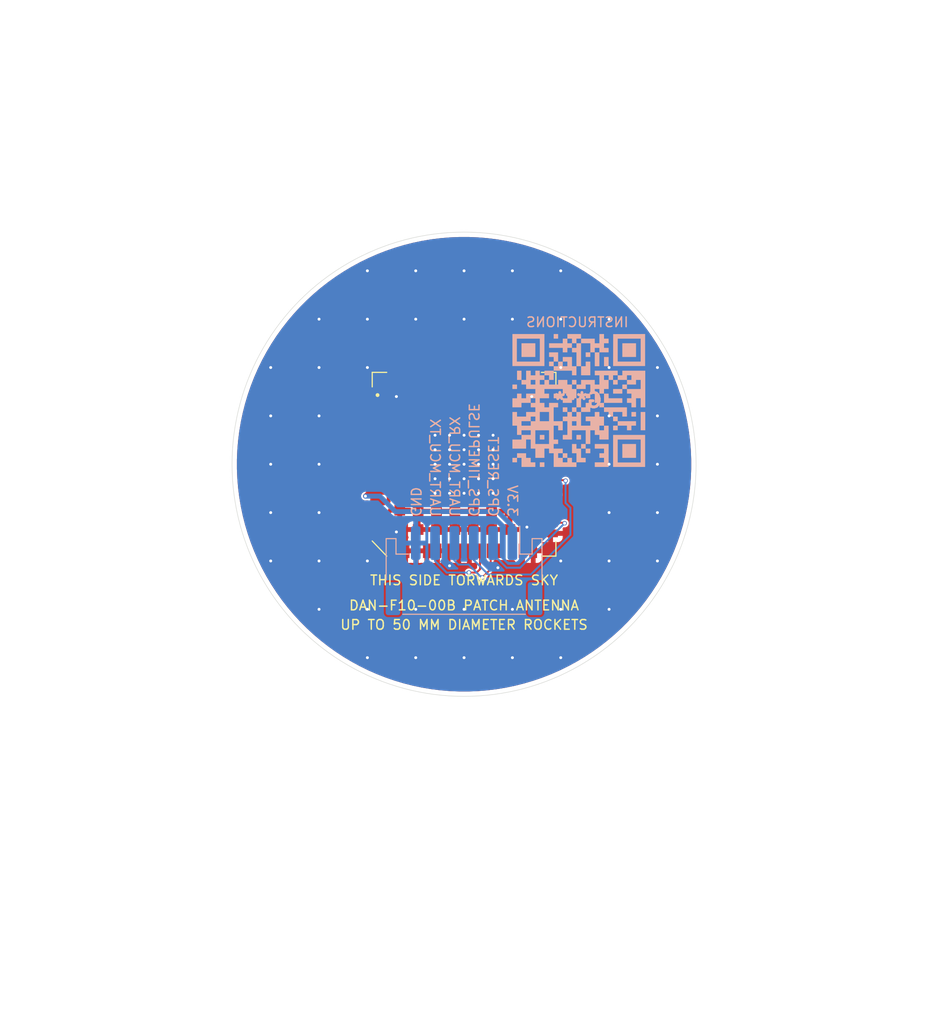
<source format=kicad_pcb>
(kicad_pcb (version 20241229) (generator "pcbnew") (generator_version "9.0")
  (layers (0 "F.Cu" signal) (2 "B.Cu" signal) (13 "F.Paste" user) (15 "B.Paste" user) (5 "F.SilkS" user "F.Silkscreen") (7 "B.SilkS" user "B.Silkscreen") (1 "F.Mask" user) (3 "B.Mask" user) (25 "Edge.Cuts" user))
  (net 0 "")
  (net 1 "GND")
  (net 2 "/UART_MCU_RX")
  (net 3 "/UART_MCU_TX")
  (net 7 "+3.3V")
  (net 18 "/GPS_RESET")
  (net 19 "/GPS_TIMEPULSE")
  (footprint "rocket_datalogger:DAN-F10-00B" (layer "F.Cu") (at 150 100)
    (property "Reference" "U1" (hide yes))
    (property "Value" "~")
    (pad "1" smd rect (at -8.950001 0.549999 90) (size 0.8 1.5) (layers "F.Cu" "F.Mask") (net 1 "GND"))
    (pad "1" smd rect (at -8.95 -1.65 90) (size 0.8 1.5) (layers "F.Cu" "F.Mask") (net 1 "GND"))
    (pad "1" smd rect (at -8.95 1.649999 90) (size 0.8 1.5) (layers "F.Cu" "F.Mask") (net 1 "GND"))
    (pad "1" smd rect (at -8.95 4.949999 90) (size 0.8 1.5) (layers "F.Cu" "F.Mask") (net 1 "GND"))
    (pad "1" smd rect (at -8.95 7.15 90) (size 0.8 1.5) (layers "F.Cu" "F.Mask") (net 1 "GND"))
    (pad "1" smd rect (at -8.949999 -7.150001 90) (size 0.8 1.5) (layers "F.Cu" "F.Mask") (net 1 "GND"))
    (pad "1" smd rect (at -8.949999 -6.050001 90) (size 0.8 1.5) (layers "F.Cu" "F.Mask") (net 1 "GND"))
    (pad "1" smd rect (at -8.949999 -2.750001 90) (size 0.8 1.5) (layers "F.Cu" "F.Mask") (net 1 "GND"))
    (pad "1" smd rect (at -8.949999 -0.550001 90) (size 0.8 1.5) (layers "F.Cu" "F.Mask") (net 1 "GND"))
    (pad "1" smd rect (at -7.15 -8.95) (size 0.8 1.5) (layers "F.Cu" "F.Mask") (net 1 "GND"))
    (pad "1" smd rect (at -7.15 8.95) (size 0.8 1.5) (layers "F.Cu" "F.Mask") (net 1 "GND"))
    (pad "1" smd rect (at -6.05 -8.95) (size 0.8 1.5) (layers "F.Cu" "F.Mask") (net 1 "GND"))
    (pad "1" smd rect (at -6.05 8.95) (size 0.8 1.5) (layers "F.Cu" "F.Mask") (net 1 "GND"))
    (pad "1" smd rect (at -4.95 -8.95) (size 0.8 1.5) (layers "F.Cu" "F.Mask") (net 1 "GND"))
    (pad "1" smd rect (at -4.95 8.95) (size 0.8 1.5) (layers "F.Cu" "F.Mask") (net 1 "GND"))
    (pad "1" smd rect (at -3.85 8.95) (size 0.8 1.5) (layers "F.Cu" "F.Mask") (net 1 "GND"))
    (pad "1" smd rect (at -2.75 -8.95) (size 0.8 1.5) (layers "F.Cu" "F.Mask") (net 1 "GND"))
    (pad "1" smd rect (at -2.75 8.95) (size 0.8 1.5) (layers "F.Cu" "F.Mask") (net 1 "GND"))
    (pad "1" smd rect (at -1.65 -8.95) (size 0.8 1.5) (layers "F.Cu" "F.Mask") (net 1 "GND"))
    (pad "1" smd rect (at -1.65 8.95) (size 0.8 1.5) (layers "F.Cu" "F.Mask") (net 1 "GND"))
    (pad "1" smd rect (at -0.55 8.95) (size 0.8 1.5) (layers "F.Cu" "F.Mask") (net 1 "GND"))
    (pad "1" smd rect (at 0.55 -8.95) (size 0.8 1.5) (layers "F.Cu" "F.Mask") (net 1 "GND"))
    (pad "1" smd rect (at 0.55 8.95) (size 0.8 1.5) (layers "F.Cu" "F.Mask") (net 1 "GND"))
    (pad "1" smd rect (at 2.75 -8.95) (size 0.8 1.5) (layers "F.Cu" "F.Mask") (net 1 "GND"))
    (pad "1" smd rect (at 6.05 -8.95) (size 0.8 1.5) (layers "F.Cu" "F.Mask") (net 1 "GND"))
    (pad "1" smd rect (at 6.05 8.95) (size 0.8 1.5) (layers "F.Cu" "F.Mask") (net 1 "GND"))
    (pad "1" smd rect (at 7.15 -8.95) (size 0.8 1.5) (layers "F.Cu" "F.Mask") (net 1 "GND"))
    (pad "1" smd rect (at 7.15 8.95) (size 0.8 1.5) (layers "F.Cu" "F.Mask") (net 1 "GND"))
    (pad "1" smd rect (at 8.949999 0.549999 90) (size 0.8 1.5) (layers "F.Cu" "F.Mask") (net 1 "GND"))
    (pad "1" smd rect (at 8.95 -1.65 90) (size 0.8 1.5) (layers "F.Cu" "F.Mask") (net 1 "GND"))
    (pad "1" smd rect (at 8.95 2.75 90) (size 0.8 1.5) (layers "F.Cu" "F.Mask") (net 1 "GND"))
    (pad "1" smd rect (at 8.95 7.15 90) (size 0.8 1.5) (layers "F.Cu" "F.Mask") (net 1 "GND"))
    (pad "1" smd rect (at 8.950001 -7.150001 90) (size 0.8 1.5) (layers "F.Cu" "F.Mask") (net 1 "GND"))
    (pad "1" smd rect (at 8.950001 -6.050001 90) (size 0.8 1.5) (layers "F.Cu" "F.Mask") (net 1 "GND"))
    (pad "1" smd rect (at 8.950001 -4.950001 90) (size 0.8 1.5) (layers "F.Cu" "F.Mask") (net 1 "GND"))
    (pad "1" smd rect (at 8.950001 -0.550001 90) (size 0.8 1.5) (layers "F.Cu" "F.Mask") (net 1 "GND"))
    (pad "9" smd rect (at 1.65 8.95) (size 0.8 1.5) (layers "F.Cu" "F.Mask") (net 3 "/UART_MCU_TX"))
    (pad "10" smd rect (at 2.75 8.95) (size 0.8 1.5) (layers "F.Cu" "F.Mask") (net 2 "/UART_MCU_RX"))
    (pad "11" smd rect (at 3.85 8.95) (size 0.8 1.5) (layers "F.Cu" "F.Mask"))
    (pad "12" smd rect (at 4.95 8.95) (size 0.8 1.5) (layers "F.Cu" "F.Mask"))
    (pad "16" smd rect (at 8.95 6.049999 90) (size 0.8 1.5) (layers "F.Cu" "F.Mask") (net 18 "/GPS_RESET"))
    (pad "17" smd rect (at 8.95 4.949999 90) (size 0.8 1.5) (layers "F.Cu" "F.Mask"))
    (pad "18" smd rect (at 8.950001 3.849999 90) (size 0.8 1.5) (layers "F.Cu" "F.Mask"))
    (pad "20" smd rect (at 8.95 1.649999 90) (size 0.8 1.5) (layers "F.Cu" "F.Mask") (net 19 "/GPS_TIMEPULSE"))
    (pad "24" smd rect (at 8.950001 -2.750001 90) (size 0.8 1.5) (layers "F.Cu" "F.Mask"))
    (pad "25" smd rect (at 8.950001 -3.85 90) (size 0.8 1.5) (layers "F.Cu" "F.Mask"))
    (pad "31" smd rect (at 4.95 -8.95) (size 0.8 1.5) (layers "F.Cu" "F.Mask"))
    (pad "32" smd rect (at 3.85 -8.95) (size 0.8 1.5) (layers "F.Cu" "F.Mask") (net 1 "GND"))
    (pad "34" smd rect (at 1.65 -8.95) (size 0.8 1.5) (layers "F.Cu" "F.Mask"))
    (pad "36" smd rect (at -0.55 -8.95) (size 0.8 1.5) (layers "F.Cu" "F.Mask"))
    (pad "39" smd rect (at -3.85 -8.95) (size 0.8 1.5) (layers "F.Cu" "F.Mask"))
    (pad "45" smd rect (at -8.949999 -4.950001 90) (size 0.8 1.5) (layers "F.Cu" "F.Mask"))
    (pad "46" smd rect (at -8.949999 -3.85 90) (size 0.8 1.5) (layers "F.Cu" "F.Mask"))
    (pad "52" smd rect (at -8.95 2.75 90) (size 0.8 1.5) (layers "F.Cu" "F.Mask") (net 7 "+3.3V"))
    (pad "53" smd rect (at -8.949999 3.849999 90) (size 0.8 1.5) (layers "F.Cu" "F.Mask") (net 7 "+3.3V"))
    (pad "55" smd rect (at -8.95 6.049999 90) (size 0.8 1.5) (layers "F.Cu" "F.Mask"))
    (pad "EP1" smd rect (at -6.65 -4.75) (size 1.1 1.1) (layers "F.Cu" "F.Mask") (net 1 "GND"))
    (pad "EP1" smd rect (at -6.65 -2.85) (size 1.1 1.1) (layers "F.Cu" "F.Mask") (net 1 "GND"))
    (pad "EP1" smd rect (at -6.65 -0.95) (size 1.1 1.1) (layers "F.Cu" "F.Mask") (net 1 "GND"))
    (pad "EP1" smd rect (at -6.65 1.05) (size 1.1 1.1) (layers "F.Cu" "F.Mask") (net 1 "GND"))
    (pad "EP1" smd rect (at -6.65 2.95) (size 1.1 1.1) (layers "F.Cu" "F.Mask") (net 1 "GND"))
    (pad "EP1" smd rect (at -6.65 4.75) (size 1.1 1.1) (layers "F.Cu" "F.Mask") (net 1 "GND"))
    (pad "EP1" smd rect (at -4.75 -6.65) (size 1.1 1.1) (layers "F.Cu" "F.Mask") (net 1 "GND"))
    (pad "EP1" smd rect (at -4.75 -4.75) (size 1.1 1.1) (layers "F.Cu" "F.Mask") (net 1 "GND"))
    (pad "EP1" smd rect (at -4.75 -2.85) (size 1.1 1.1) (layers "F.Cu" "F.Mask") (net 1 "GND"))
    (pad "EP1" smd rect (at -4.75 -0.95) (size 1.1 1.1) (layers "F.Cu" "F.Mask") (net 1 "GND"))
    (pad "EP1" smd rect (at -4.75 1.05) (size 1.1 1.1) (layers "F.Cu" "F.Mask") (net 1 "GND"))
    (pad "EP1" smd rect (at -4.75 2.95) (size 1.1 1.1) (layers "F.Cu" "F.Mask") (net 1 "GND"))
    (pad "EP1" smd rect (at -4.75 4.85) (size 1.1 1.1) (layers "F.Cu" "F.Mask") (net 1 "GND"))
    (pad "EP1" smd rect (at -4.75 6.75) (size 1.1 1.1) (layers "F.Cu" "F.Mask") (net 1 "GND"))
    (pad "EP1" smd rect (at -2.85 -6.65) (size 1.1 1.1) (layers "F.Cu" "F.Mask") (net 1 "GND"))
    (pad "EP1" smd rect (at -2.85 -4.75) (size 1.1 1.1) (layers "F.Cu" "F.Mask") (net 1 "GND"))
    (pad "EP1" smd rect (at -2.85 4.85) (size 1.1 1.1) (layers "F.Cu" "F.Mask") (net 1 "GND"))
    (pad "EP1" smd rect (at -2.85 6.75) (size 1.1 1.1) (layers "F.Cu" "F.Mask") (net 1 "GND"))
    (pad "EP1" smd rect (at -0.95 -6.65) (size 1.1 1.1) (layers "F.Cu" "F.Mask") (net 1 "GND"))
    (pad "EP1" smd rect (at -0.95 -4.75) (size 1.1 1.1) (layers "F.Cu" "F.Mask") (net 1 "GND"))
    (pad "EP1" smd rect (at -0.95 4.85) (size 1.1 1.1) (layers "F.Cu" "F.Mask") (net 1 "GND"))
    (pad "EP1" smd rect (at -0.95 6.75) (size 1.1 1.1) (layers "F.Cu" "F.Mask") (net 1 "GND"))
    (pad "EP1" smd rect (at 0.95 -6.65) (size 1.1 1.1) (layers "F.Cu" "F.Mask") (net 1 "GND"))
    (pad "EP1" smd rect (at 0.95 -4.75) (size 1.1 1.1) (layers "F.Cu" "F.Mask") (net 1 "GND"))
    (pad "EP1" smd rect (at 0.95 4.85) (size 1.1 1.1) (layers "F.Cu" "F.Mask") (net 1 "GND"))
    (pad "EP1" smd rect (at 0.95 6.75) (size 1.1 1.1) (layers "F.Cu" "F.Mask") (net 1 "GND"))
    (pad "EP1" smd rect (at 2.85 -6.65) (size 1.1 1.1) (layers "F.Cu" "F.Mask") (net 1 "GND"))
    (pad "EP1" smd rect (at 2.85 -4.75) (size 1.1 1.1) (layers "F.Cu" "F.Mask") (net 1 "GND"))
    (pad "EP1" smd rect (at 2.85 4.85) (size 1.1 1.1) (layers "F.Cu" "F.Mask") (net 1 "GND"))
    (pad "EP1" smd rect (at 2.85 6.75) (size 1.1 1.1) (layers "F.Cu" "F.Mask") (net 1 "GND"))
    (pad "EP1" smd rect (at 4.75 -6.65) (size 1.1 1.1) (layers "F.Cu" "F.Mask") (net 1 "GND"))
    (pad "EP1" smd rect (at 4.75 -4.75) (size 1.1 1.1) (layers "F.Cu" "F.Mask") (net 1 "GND"))
    (pad "EP1" smd rect (at 4.75 -2.85) (size 1.1 1.1) (layers "F.Cu" "F.Mask") (net 1 "GND"))
    (pad "EP1" smd rect (at 4.75 -0.95) (size 1.1 1.1) (layers "F.Cu" "F.Mask") (net 1 "GND"))
    (pad "EP1" smd rect (at 4.75 1.05) (size 1.1 1.1) (layers "F.Cu" "F.Mask") (net 1 "GND"))
    (pad "EP1" smd rect (at 4.75 2.95) (size 1.1 1.1) (layers "F.Cu" "F.Mask") (net 1 "GND"))
    (pad "EP1" smd rect (at 4.75 4.85) (size 1.1 1.1) (layers "F.Cu" "F.Mask") (net 1 "GND"))
    (pad "EP1" smd rect (at 4.75 6.75) (size 1.1 1.1) (layers "F.Cu" "F.Mask") (net 1 "GND"))
    (pad "EP1" smd rect (at 6.65 -4.75) (size 1.1 1.1) (layers "F.Cu" "F.Mask") (net 1 "GND"))
    (pad "EP1" smd rect (at 6.65 -2.85) (size 1.1 1.1) (layers "F.Cu" "F.Mask") (net 1 "GND"))
    (pad "EP1" smd rect (at 6.65 -0.95) (size 1.1 1.1) (layers "F.Cu" "F.Mask") (net 1 "GND"))
    (pad "EP1" smd rect (at 6.65 1.05) (size 1.1 1.1) (layers "F.Cu" "F.Mask") (net 1 "GND"))
    (pad "EP1" smd rect (at 6.65 2.95) (size 1.1 1.1) (layers "F.Cu" "F.Mask") (net 1 "GND"))
    (pad "EP1" smd rect (at 6.65 4.75) (size 1.1 1.1) (layers "F.Cu" "F.Mask") (net 1 "GND"))
  )
  (footprint "LOGO" (layer "B.Cu") (at 161.8 93.4 180)
    (property "Reference" "G***" (at 0 0 0) (layer "B.SilkS") (effects (font (size 1.5 1.5) (thickness 0.3)) (justify mirror)))
    (property "Value" "LOGO" (hide yes))
  )
  (footprint "Connector_JST:JST_PH_S6B-PH-SM4-TB_1x06-1MP_P2.00mm_Horizontal" (layer "B.Cu") (at 150 111 180)
    (property "Reference" "J1" (hide yes))
    (property "Value" "JST-PH-S6B-SM4_TB")
    (pad "1" smd roundrect (at -5 2.85 180) (size 1 3.5) (layers "B.Cu" "B.Mask" "B.Paste") (net 7 "+3.3V"))
    (pad "2" smd roundrect (at -3 2.85 180) (size 1 3.5) (layers "B.Cu" "B.Mask" "B.Paste") (net 18 "/GPS_RESET"))
    (pad "3" smd roundrect (at -1 2.85 180) (size 1 3.5) (layers "B.Cu" "B.Mask" "B.Paste") (net 19 "/GPS_TIMEPULSE"))
    (pad "4" smd roundrect (at 1 2.85 180) (size 1 3.5) (layers "B.Cu" "B.Mask" "B.Paste") (net 2 "/UART_MCU_RX"))
    (pad "5" smd roundrect (at 3 2.85 180) (size 1 3.5) (layers "B.Cu" "B.Mask" "B.Paste") (net 3 "/UART_MCU_TX"))
    (pad "6" smd roundrect (at 5 2.85 180) (size 1 3.5) (layers "B.Cu" "B.Mask" "B.Paste") (net 1 "GND"))
    (pad "MP" smd roundrect (at -7.35 -2.9 180) (size 1.5 3.4) (layers "B.Cu" "B.Mask" "B.Paste") (roundrect_rratio 0.166667))
    (pad "MP" smd roundrect (at 7.35 -2.9 180) (size 1.5 3.4) (layers "B.Cu" "B.Mask" "B.Paste") (roundrect_rratio 0.166667))
  )
  (gr_circle (center 150 100) (end 174 100) (stroke (width 0.05)) (fill no) (layer "Edge.Cuts"))
  (gr_text "THIS SIDE TORWARDS SKY" (at 150 112 0) (layer "F.SilkS") (effects (font (size 1 1))))
  (gr_text "DAN-F10-00B PATCH ANTENNA" (at 150 114.6 0) (layer "F.SilkS") (effects (font (size 1 1))))
  (gr_text "UP TO 50 MM DIAMETER ROCKETS" (at 150 116.6 0) (layer "F.SilkS") (effects (font (size 1 1))))
  (gr_text "UART_MCU_TX" (at 147 105.5 270) (layer "B.SilkS") (effects (font (size 1 1)) (justify left mirror)))
  (gr_text "UART_MCU_RX" (at 149 105.5 270) (layer "B.SilkS") (effects (font (size 1 1)) (justify left mirror)))
  (gr_text "GPS_TIMEPULSE" (at 151 105.5 270) (layer "B.SilkS") (effects (font (size 1 1)) (justify left mirror)))
  (gr_text "3.3V" (at 155 105.5 270) (layer "B.SilkS") (effects (font (size 1 1)) (justify left mirror)))
  (gr_text "INSTRUCTIONS" (at 167.1 85.9 0) (layer "B.SilkS") (effects (font (size 1 1)) (justify left bottom mirror)))
  (gr_text "GND" (at 145 105.5 270) (layer "B.SilkS") (effects (font (size 1 1)) (justify left mirror)))
  (gr_text "GPS_RESET" (at 153 105.5 270) (layer "B.SilkS") (effects (font (size 1 1)) (justify left mirror)))
  (via (at 165 95) (size 0.45) (drill 0.3) (layers "F.Cu" "B.Cu") (net 1))
  (via (at 135 95) (size 0.45) (drill 0.3) (layers "F.Cu" "B.Cu") (net 1))
  (via (at 135 100) (size 0.45) (drill 0.3) (layers "F.Cu" "B.Cu") (net 1))
  (via (at 145 85) (size 0.45) (drill 0.3) (layers "F.Cu" "B.Cu") (net 1))
  (via (at 153 97) (size 0.45) (drill 0.3) (layers "F.Cu" "B.Cu") (net 1))
  (via (at 135 90) (size 0.45) (drill 0.3) (layers "F.Cu" "B.Cu") (net 1))
  (via (at 150 103) (size 0.45) (drill 0.3) (layers "F.Cu" "B.Cu") (net 1))
  (via (at 143 93) (size 0.45) (drill 0.3) (layers "F.Cu" "B.Cu") (net 1))
  (via (at 165 85) (size 0.45) (drill 0.3) (layers "F.Cu" "B.Cu") (net 1))
  (via (at 148.5 103) (size 0.45) (drill 0.3) (layers "F.Cu" "B.Cu") (net 1))
  (via (at 165 115) (size 0.45) (drill 0.3) (layers "F.Cu" "B.Cu") (net 1))
  (via (at 157 93) (size 0.45) (drill 0.3) (layers "F.Cu" "B.Cu") (net 1))
  (via (at 156.5 106.5) (size 0.45) (drill 0.3) (layers "F.Cu" "B.Cu") (net 1))
  (via (at 147 98.5) (size 0.45) (drill 0.3) (layers "F.Cu" "B.Cu") (net 1))
  (via (at 160 90) (size 0.45) (drill 0.3) (layers "F.Cu" "B.Cu") (net 1))
  (via (at 151.5 98.5) (size 0.45) (drill 0.3) (layers "F.Cu" "B.Cu") (net 1))
  (via (at 165 100) (size 0.45) (drill 0.3) (layers "F.Cu" "B.Cu") (net 1))
  (via (at 145 120) (size 0.45) (drill 0.3) (layers "F.Cu" "B.Cu") (net 1))
  (via (at 155 80) (size 0.45) (drill 0.3) (layers "F.Cu" "B.Cu") (net 1))
  (via (at 170 105) (size 0.45) (drill 0.3) (layers "F.Cu" "B.Cu") (net 1))
  (via (at 140 85) (size 0.45) (drill 0.3) (layers "F.Cu" "B.Cu") (net 1))
  (via (at 140 110) (size 0.45) (drill 0.3) (layers "F.Cu" "B.Cu") (net 1))
  (via (at 130 110) (size 0.45) (drill 0.3) (layers "F.Cu" "B.Cu") (net 1))
  (via (at 145 115) (size 0.45) (drill 0.3) (layers "F.Cu" "B.Cu") (net 1))
  (via (at 150 100) (size 0.45) (drill 0.3) (layers "F.Cu" "B.Cu") (net 1))
  (via (at 140 80) (size 0.45) (drill 0.3) (layers "F.Cu" "B.Cu") (net 1))
  (via (at 170 90) (size 0.45) (drill 0.3) (layers "F.Cu" "B.Cu") (net 1))
  (via (at 140 90) (size 0.45) (drill 0.3) (layers "F.Cu" "B.Cu") (net 1))
  (via (at 148.5 97) (size 0.45) (drill 0.3) (layers "F.Cu" "B.Cu") (net 1))
  (via (at 153 101.5) (size 0.45) (drill 0.3) (layers "F.Cu" "B.Cu") (net 1))
  (via (at 147 103) (size 0.45) (drill 0.3) (layers "F.Cu" "B.Cu") (net 1))
  (via (at 155 120) (size 0.45) (drill 0.3) (layers "F.Cu" "B.Cu") (net 1))
  (via (at 135 110) (size 0.45) (drill 0.3) (layers "F.Cu" "B.Cu") (net 1))
  (via (at 153 98.5) (size 0.45) (drill 0.3) (layers "F.Cu" "B.Cu") (net 1))
  (via (at 160 120) (size 0.45) (drill 0.3) (layers "F.Cu" "B.Cu") (net 1))
  (via (at 148.5 98.5) (size 0.45) (drill 0.3) (layers "F.Cu" "B.Cu") (net 1))
  (via (at 153.5 110.7) (size 0.45) (drill 0.3) (layers "F.Cu" "B.Cu") (net 1))
  (via (at 153 100) (size 0.45) (drill 0.3) (layers "F.Cu" "B.Cu") (net 1))
  (via (at 150 120) (size 0.45) (drill 0.3) (layers "F.Cu" "B.Cu") (net 1))
  (via (at 143 107) (size 0.45) (drill 0.3) (layers "F.Cu" "B.Cu") (net 1))
  (via (at 140 115) (size 0.45) (drill 0.3) (layers "F.Cu" "B.Cu") (net 1))
  (via (at 150 97) (size 0.45) (drill 0.3) (layers "F.Cu" "B.Cu") (net 1))
  (via (at 165 110) (size 0.45) (drill 0.3) (layers "F.Cu" "B.Cu") (net 1))
  (via (at 165 90) (size 0.45) (drill 0.3) (layers "F.Cu" "B.Cu") (net 1))
  (via (at 170 95) (size 0.45) (drill 0.3) (layers "F.Cu" "B.Cu") (net 1))
  (via (at 151.5 101.5) (size 0.45) (drill 0.3) (layers "F.Cu" "B.Cu") (net 1))
  (via (at 130 105) (size 0.45) (drill 0.3) (layers "F.Cu" "B.Cu") (net 1))
  (via (at 135 85) (size 0.45) (drill 0.3) (layers "F.Cu" "B.Cu") (net 1))
  (via (at 150 115) (size 0.45) (drill 0.3) (layers "F.Cu" "B.Cu") (net 1))
  (via (at 147 97) (size 0.45) (drill 0.3) (layers "F.Cu" "B.Cu") (net 1))
  (via (at 153 103) (size 0.45) (drill 0.3) (layers "F.Cu" "B.Cu") (net 1))
  (via (at 150 101.5) (size 0.45) (drill 0.3) (layers "F.Cu" "B.Cu") (net 1))
  (via (at 150 98.5) (size 0.45) (drill 0.3) (layers "F.Cu" "B.Cu") (net 1))
  (via (at 150 80) (size 0.45) (drill 0.3) (layers "F.Cu" "B.Cu") (net 1))
  (via (at 130 90) (size 0.45) (drill 0.3) (layers "F.Cu" "B.Cu") (net 1))
  (via (at 160 110) (size 0.45) (drill 0.3) (layers "F.Cu" "B.Cu") (net 1))
  (via (at 151.5 97) (size 0.45) (drill 0.3) (layers "F.Cu" "B.Cu") (net 1))
  (via (at 150 85) (size 0.45) (drill 0.3) (layers "F.Cu" "B.Cu") (net 1))
  (via (at 148.5 110.5) (size 0.45) (drill 0.3) (layers "F.Cu" "B.Cu") (net 1))
  (via (at 145 80) (size 0.45) (drill 0.3) (layers "F.Cu" "B.Cu") (net 1))
  (via (at 130 95) (size 0.45) (drill 0.3) (layers "F.Cu" "B.Cu") (net 1))
  (via (at 170 110) (size 0.45) (drill 0.3) (layers "F.Cu" "B.Cu") (net 1))
  (via (at 148.5 101.5) (size 0.45) (drill 0.3) (layers "F.Cu" "B.Cu") (net 1))
  (via (at 147 101.5) (size 0.45) (drill 0.3) (layers "F.Cu" "B.Cu") (net 1))
  (via (at 165 105) (size 0.45) (drill 0.3) (layers "F.Cu" "B.Cu") (net 1))
  (via (at 155 85) (size 0.45) (drill 0.3) (layers "F.Cu" "B.Cu") (net 1))
  (via (at 151.5 103) (size 0.45) (drill 0.3) (layers "F.Cu" "B.Cu") (net 1))
  (via (at 151.5 100) (size 0.45) (drill 0.3) (layers "F.Cu" "B.Cu") (net 1))
  (via (at 140 120) (size 0.45) (drill 0.3) (layers "F.Cu" "B.Cu") (net 1))
  (via (at 148.5 100) (size 0.45) (drill 0.3) (layers "F.Cu" "B.Cu") (net 1))
  (via (at 160 85) (size 0.45) (drill 0.3) (layers "F.Cu" "B.Cu") (net 1))
  (via (at 155 115) (size 0.45) (drill 0.3) (layers "F.Cu" "B.Cu") (net 1))
  (via (at 135 105) (size 0.45) (drill 0.3) (layers "F.Cu" "B.Cu") (net 1))
  (via (at 130 100) (size 0.45) (drill 0.3) (layers "F.Cu" "B.Cu") (net 1))
  (via (at 160 80) (size 0.45) (drill 0.3) (layers "F.Cu" "B.Cu") (net 1))
  (via (at 170 100) (size 0.45) (drill 0.3) (layers "F.Cu" "B.Cu") (net 1))
  (via (at 147 100) (size 0.45) (drill 0.3) (layers "F.Cu" "B.Cu") (net 1))
  (via (at 160 115) (size 0.45) (drill 0.3) (layers "F.Cu" "B.Cu") (net 1))
  (via (at 135 115) (size 0.45) (drill 0.3) (layers "F.Cu" "B.Cu") (net 1))
  (segment (start 152.75 110.85) (end 152.75 108.95) (width 0.2) (layer "F.Cu") (net 2))
  (segment (start 151.9 111.7) (end 152.75 110.85) (width 0.2) (layer "F.Cu") (net 2))
  (via (at 151.9 111.7) (size 0.45) (drill 0.3) (layers "F.Cu" "B.Cu") (net 2))
  (segment (start 149.426 110.374) (end 149 109.948) (width 0.2) (layer "B.Cu") (net 2))
  (segment (start 151.8 111.7) (end 150.474 110.374) (width 0.2) (layer "B.Cu") (net 2))
  (segment (start 149 109.948) (end 149 108.15) (width 0.2) (layer "B.Cu") (net 2))
  (segment (start 150.474 110.374) (end 149.426 110.374) (width 0.2) (layer "B.Cu") (net 2))
  (segment (start 151.9 111.7) (end 151.8 111.7) (width 0.2) (layer "B.Cu") (net 2))
  (segment (start 151.65 110.85) (end 151.65 108.95) (width 0.2) (layer "F.Cu") (net 3))
  (segment (start 151.3 111.2) (end 151.65 110.85) (width 0.2) (layer "F.Cu") (net 3))
  (segment (start 150.5 111.2) (end 151.3 111.2) (width 0.2) (layer "F.Cu") (net 3))
  (via (at 150.5 111.2) (size 0.45) (drill 0.3) (layers "F.Cu" "B.Cu") (net 3))
  (segment (start 148.2 111.2) (end 147 110) (width 0.2) (layer "B.Cu") (net 3))
  (segment (start 147 110) (end 147 108.15) (width 0.2) (layer "B.Cu") (net 3))
  (segment (start 150.5 111.2) (end 148.2 111.2) (width 0.2) (layer "B.Cu") (net 3))
  (segment (start 141.05 102.75) (end 141.050001 103.849999) (width 0.5) (layer "F.Cu") (net 7))
  (segment (start 140.35 102.75) (end 139.8 103.3) (width 0.5) (layer "F.Cu") (net 7))
  (segment (start 141.05 102.75) (end 140.35 102.75) (width 0.5) (layer "F.Cu") (net 7))
  (via (at 139.8 103.3) (size 0.45) (drill 0.3) (layers "F.Cu" "B.Cu") (net 7))
  (segment (start 153.5 104.9) (end 155 106.4) (width 0.5) (layer "B.Cu") (net 7))
  (segment (start 139.8 103.3) (end 141.3 103.3) (width 0.5) (layer "B.Cu") (net 7))
  (segment (start 141.3 103.3) (end 142.9 104.9) (width 0.5) (layer "B.Cu") (net 7))
  (segment (start 155 106.4) (end 155 108.15) (width 0.5) (layer "B.Cu") (net 7))
  (segment (start 142.9 104.9) (end 153.5 104.9) (width 0.5) (layer "B.Cu") (net 7))
  (segment (start 158.95 106.049999) (end 160.349999 106.049999) (width 0.2) (layer "F.Cu") (net 18))
  (segment (start 160.349999 106.049999) (end 160.4 106.1) (width 0.2) (layer "F.Cu") (net 18))
  (via (at 160.4 106.1) (size 0.45) (drill 0.3) (layers "F.Cu" "B.Cu") (net 18))
  (segment (start 160.4 106.1) (end 155.8 110.7) (width 0.2) (layer "B.Cu") (net 18))
  (segment (start 154.4 110.7) (end 153 109.3) (width 0.2) (layer "B.Cu") (net 18))
  (segment (start 153 109.3) (end 153 108.15) (width 0.2) (layer "B.Cu") (net 18))
  (segment (start 155.8 110.7) (end 154.4 110.7) (width 0.2) (layer "B.Cu") (net 18))
  (segment (start 160.449999 101.649999) (end 160.5 101.7) (width 0.2) (layer "F.Cu") (net 19))
  (segment (start 158.95 101.649999) (end 160.449999 101.649999) (width 0.2) (layer "F.Cu") (net 19))
  (via (at 160.5 101.7) (size 0.45) (drill 0.3) (layers "F.Cu" "B.Cu") (net 19))
  (segment (start 152.5 111.4) (end 156.9 111.4) (width 0.2) (layer "B.Cu") (net 19))
  (segment (start 151 109.9) (end 152.5 111.4) (width 0.2) (layer "B.Cu") (net 19))
  (segment (start 160.5 104) (end 160.5 101.7) (width 0.2) (layer "B.Cu") (net 19))
  (segment (start 151 108.15) (end 151 109.9) (width 0.2) (layer "B.Cu") (net 19))
  (segment (start 156.9 111.4) (end 161 107.3) (width 0.2) (layer "B.Cu") (net 19))
  (segment (start 161 107.3) (end 161 104.5) (width 0.2) (layer "B.Cu") (net 19))
  (segment (start 161 104.5) (end 160.5 104) (width 0.2) (layer "B.Cu") (net 19))
  (zone (net 1) (net_name "GND") (layers "F.Cu" "B.Cu") (connect_pads (clearance 0)) (min_thickness 0.25) (fill yes (thermal_gap 0.5) (thermal_bridge_width 0.5))
    (polygon (pts (xy 102 52) (xy 198 52) (xy 198 148) (xy 102 148)))
  )
)
</source>
